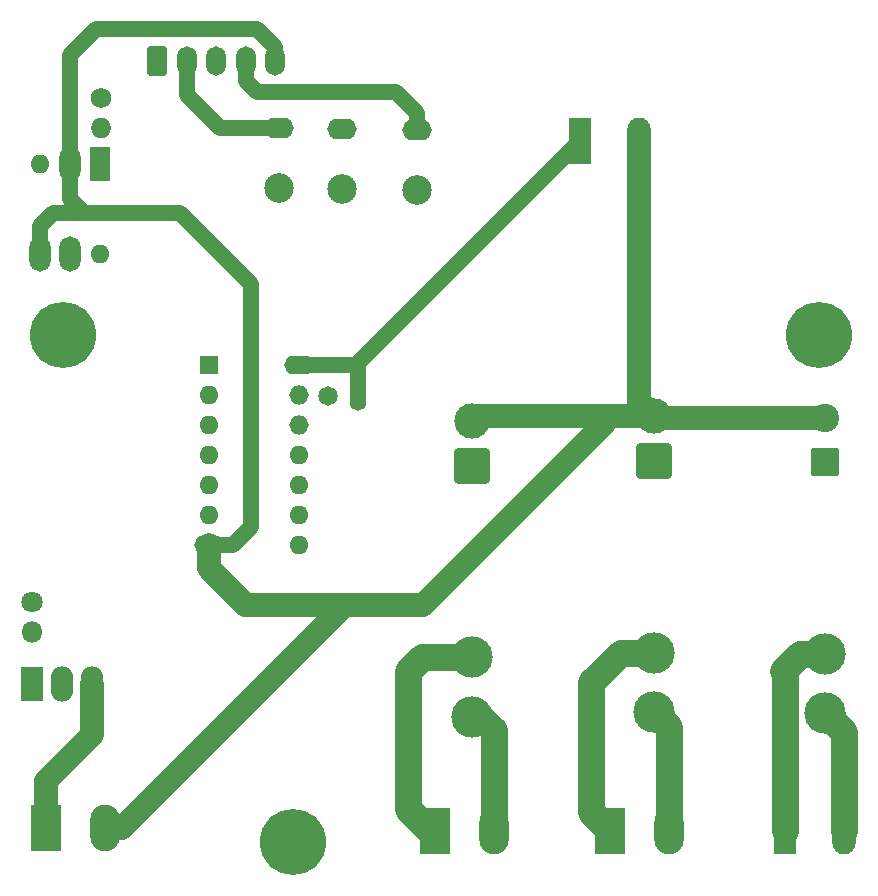
<source format=gbr>
%TF.GenerationSoftware,KiCad,Pcbnew,6.0.11+dfsg-1*%
%TF.CreationDate,2023-03-16T14:48:17-05:00*%
%TF.ProjectId,power_control,706f7765-725f-4636-9f6e-74726f6c2e6b,rev?*%
%TF.SameCoordinates,Original*%
%TF.FileFunction,Copper,L2,Bot*%
%TF.FilePolarity,Positive*%
%FSLAX46Y46*%
G04 Gerber Fmt 4.6, Leading zero omitted, Abs format (unit mm)*
G04 Created by KiCad (PCBNEW 6.0.11+dfsg-1) date 2023-03-16 14:48:17*
%MOMM*%
%LPD*%
G01*
G04 APERTURE LIST*
G04 Aperture macros list*
%AMRoundRect*
0 Rectangle with rounded corners*
0 $1 Rounding radius*
0 $2 $3 $4 $5 $6 $7 $8 $9 X,Y pos of 4 corners*
0 Add a 4 corners polygon primitive as box body*
4,1,4,$2,$3,$4,$5,$6,$7,$8,$9,$2,$3,0*
0 Add four circle primitives for the rounded corners*
1,1,$1+$1,$2,$3*
1,1,$1+$1,$4,$5*
1,1,$1+$1,$6,$7*
1,1,$1+$1,$8,$9*
0 Add four rect primitives between the rounded corners*
20,1,$1+$1,$2,$3,$4,$5,0*
20,1,$1+$1,$4,$5,$6,$7,0*
20,1,$1+$1,$6,$7,$8,$9,0*
20,1,$1+$1,$8,$9,$2,$3,0*%
G04 Aperture macros list end*
%TA.AperFunction,ComponentPad*%
%ADD10O,1.700000X2.500000*%
%TD*%
%TA.AperFunction,ComponentPad*%
%ADD11RoundRect,0.250000X-0.600000X-1.000000X0.600000X-1.000000X0.600000X1.000000X-0.600000X1.000000X0*%
%TD*%
%TA.AperFunction,ComponentPad*%
%ADD12R,2.500000X3.960000*%
%TD*%
%TA.AperFunction,ComponentPad*%
%ADD13O,2.500000X3.960000*%
%TD*%
%TA.AperFunction,ComponentPad*%
%ADD14R,1.980000X3.960000*%
%TD*%
%TA.AperFunction,ComponentPad*%
%ADD15O,1.980000X3.960000*%
%TD*%
%TA.AperFunction,ComponentPad*%
%ADD16C,2.500000*%
%TD*%
%TA.AperFunction,ComponentPad*%
%ADD17O,2.500000X1.750000*%
%TD*%
%TA.AperFunction,ComponentPad*%
%ADD18C,5.600000*%
%TD*%
%TA.AperFunction,ComponentPad*%
%ADD19R,1.800000X3.000000*%
%TD*%
%TA.AperFunction,ComponentPad*%
%ADD20O,1.800000X3.000000*%
%TD*%
%TA.AperFunction,ComponentPad*%
%ADD21O,1.600000X1.600000*%
%TD*%
%TA.AperFunction,ComponentPad*%
%ADD22C,3.500000*%
%TD*%
%TA.AperFunction,ComponentPad*%
%ADD23RoundRect,0.312000X-1.188000X1.188000X-1.188000X-1.188000X1.188000X-1.188000X1.188000X1.188000X0*%
%TD*%
%TA.AperFunction,ComponentPad*%
%ADD24C,3.000000*%
%TD*%
%TA.AperFunction,ComponentPad*%
%ADD25O,2.500000X1.600000*%
%TD*%
%TA.AperFunction,ComponentPad*%
%ADD26O,1.650000X1.650000*%
%TD*%
%TA.AperFunction,ComponentPad*%
%ADD27R,1.600000X1.600000*%
%TD*%
%TA.AperFunction,ComponentPad*%
%ADD28O,1.400000X2.500000*%
%TD*%
%TA.AperFunction,ComponentPad*%
%ADD29C,1.650000*%
%TD*%
%TA.AperFunction,ComponentPad*%
%ADD30R,1.905000X3.000000*%
%TD*%
%TA.AperFunction,ComponentPad*%
%ADD31O,1.905000X3.000000*%
%TD*%
%TA.AperFunction,ComponentPad*%
%ADD32RoundRect,0.249600X-0.950400X0.950400X-0.950400X-0.950400X0.950400X-0.950400X0.950400X0.950400X0*%
%TD*%
%TA.AperFunction,ComponentPad*%
%ADD33C,2.400000*%
%TD*%
%TA.AperFunction,ComponentPad*%
%ADD34C,1.800000*%
%TD*%
%TA.AperFunction,ComponentPad*%
%ADD35O,1.800000X1.800000*%
%TD*%
%TA.AperFunction,ComponentPad*%
%ADD36C,1.750000*%
%TD*%
%TA.AperFunction,ComponentPad*%
%ADD37O,1.750000X1.750000*%
%TD*%
%TA.AperFunction,Conductor*%
%ADD38C,1.330000*%
%TD*%
%TA.AperFunction,Conductor*%
%ADD39C,2.000000*%
%TD*%
%TA.AperFunction,Conductor*%
%ADD40C,1.850000*%
%TD*%
%TA.AperFunction,Conductor*%
%ADD41C,2.250000*%
%TD*%
G04 APERTURE END LIST*
D10*
%TO.P,J1,5,Pin_5*%
%TO.N,GND5V*%
X151050000Y-43261000D03*
%TO.P,J1,4,Pin_4*%
%TO.N,D34*%
X148550000Y-43261000D03*
%TO.P,J1,3,Pin_3*%
%TO.N,D33*%
X146050000Y-43261000D03*
%TO.P,J1,2,Pin_2*%
%TO.N,D32*%
X143550000Y-43261000D03*
D11*
%TO.P,J1,1,Pin_1*%
%TO.N,D25*%
X141050000Y-43261000D03*
%TD*%
D12*
%TO.P,J_wpump1,1,Pin_1*%
%TO.N,Net-(J_wpump1-Pad1)*%
X179411500Y-108439000D03*
D13*
%TO.P,J_wpump1,2,Pin_2*%
%TO.N,Net-(J_wpump1-Pad2)*%
X184411500Y-108439000D03*
%TD*%
D14*
%TO.P,J_fan1,1,Pin_1*%
%TO.N,Net-(J_fan1-Pad1)*%
X194183000Y-108458000D03*
D15*
%TO.P,J_fan1,2,Pin_2*%
%TO.N,Net-(J_fan1-Pad2)*%
X199183000Y-108458000D03*
%TD*%
D16*
%TO.P,R2,1*%
%TO.N,Net-(R2-Pad1)*%
X156718000Y-54102000D03*
D17*
%TO.P,R2,2*%
%TO.N,D33*%
X156718000Y-49022000D03*
%TD*%
D18*
%TO.P,H2,1*%
%TO.N,N/C*%
X197104000Y-66421000D03*
%TD*%
D19*
%TO.P,U3,1*%
%TO.N,Net-(R4-Pad2)*%
X136196000Y-51959000D03*
D20*
%TO.P,U3,2*%
%TO.N,GND5V*%
X133656000Y-51959000D03*
D21*
%TO.P,U3,3,NC*%
%TO.N,unconnected-(U3-Pad3)*%
X131116000Y-51959000D03*
D20*
%TO.P,U3,4*%
%TO.N,GND5V*%
X131116000Y-59579000D03*
%TO.P,U3,5*%
%TO.N,Net-(R6-Pad1)*%
X133656000Y-59579000D03*
D21*
%TO.P,U3,6*%
%TO.N,unconnected-(U3-Pad6)*%
X136196000Y-59579000D03*
%TD*%
D22*
%TO.P,U_wpump1,11*%
%TO.N,Net-(J_wpump1-Pad1)*%
X183134000Y-93339000D03*
%TO.P,U_wpump1,14*%
%TO.N,Net-(J_wpump1-Pad2)*%
X183134000Y-98339000D03*
D23*
%TO.P,U_wpump1,A1*%
%TO.N,Net-(R2-Pad1)*%
X183134000Y-77089000D03*
D24*
%TO.P,U_wpump1,A2*%
%TO.N,GND5V*%
X183134000Y-73339000D03*
%TD*%
D25*
%TO.P,U1,14,VDD*%
%TO.N,5v*%
X153020000Y-68975000D03*
D26*
%TO.P,U1,13*%
%TO.N,Net-(R6-Pad1)*%
X153020000Y-71515000D03*
%TO.P,U1,12*%
%TO.N,Net-(R8-Pad1)*%
X153020000Y-74055000D03*
D21*
%TO.P,U1,11*%
%TO.N,unconnected-(U1-Pad11)*%
X153020000Y-76595000D03*
%TO.P,U1,10*%
%TO.N,unconnected-(U1-Pad10)*%
X153020000Y-79135000D03*
%TO.P,U1,9*%
%TO.N,unconnected-(U1-Pad9)*%
X153020000Y-81675000D03*
%TO.P,U1,8*%
%TO.N,unconnected-(U1-Pad8)*%
X153020000Y-84215000D03*
D25*
%TO.P,U1,7,VSS*%
%TO.N,GND5V*%
X145400000Y-84215000D03*
D21*
%TO.P,U1,6*%
%TO.N,unconnected-(U1-Pad6)*%
X145400000Y-81675000D03*
%TO.P,U1,5*%
%TO.N,unconnected-(U1-Pad5)*%
X145400000Y-79135000D03*
%TO.P,U1,4*%
%TO.N,unconnected-(U1-Pad4)*%
X145400000Y-76595000D03*
%TO.P,U1,3*%
%TO.N,unconnected-(U1-Pad3)*%
X145400000Y-74055000D03*
%TO.P,U1,2*%
%TO.N,N/C*%
X145400000Y-71515000D03*
D27*
%TO.P,U1,1*%
X145400000Y-68975000D03*
%TD*%
D12*
%TO.P,OUT2,1,Pin_1*%
%TO.N,Net-(OUT2-Pad1)*%
X131635000Y-108200000D03*
D13*
%TO.P,OUT2,2,Pin_2*%
%TO.N,GND5V*%
X136635000Y-108200000D03*
%TD*%
D28*
%TO.P,R6,2*%
%TO.N,5v*%
X158030000Y-71600000D03*
D29*
%TO.P,R6,1*%
%TO.N,Net-(R6-Pad1)*%
X155490000Y-71600000D03*
%TD*%
D30*
%TO.P,Q2,1,B*%
%TO.N,Net-(Q2-Pad1)*%
X130460000Y-96000000D03*
D31*
%TO.P,Q2,2,C*%
%TO.N,5v*%
X133000000Y-96000000D03*
%TO.P,Q2,3,E*%
%TO.N,Net-(OUT2-Pad1)*%
X135540000Y-96000000D03*
%TD*%
D17*
%TO.P,R1,2*%
%TO.N,D32*%
X151384000Y-48972000D03*
D16*
%TO.P,R1,1*%
%TO.N,Net-(R1-Pad1)*%
X151384000Y-54052000D03*
%TD*%
D18*
%TO.P,H1,1*%
%TO.N,N/C*%
X152527000Y-109347000D03*
%TD*%
D22*
%TO.P,U_fan1,11*%
%TO.N,Net-(J_fan1-Pad1)*%
X197583000Y-93466000D03*
%TO.P,U_fan1,14*%
%TO.N,Net-(J_fan1-Pad2)*%
X197583000Y-98466000D03*
D32*
%TO.P,U_fan1,A1*%
%TO.N,Net-(R9-Pad1)*%
X197583000Y-77216000D03*
D33*
%TO.P,U_fan1,A2*%
%TO.N,GND5V*%
X197583000Y-73466000D03*
%TD*%
D18*
%TO.P,H3,1*%
%TO.N,N/C*%
X133096000Y-66421000D03*
%TD*%
D16*
%TO.P,R9,1*%
%TO.N,Net-(R9-Pad1)*%
X163068000Y-54179000D03*
D17*
%TO.P,R9,2*%
%TO.N,D34*%
X163068000Y-49099000D03*
%TD*%
D14*
%TO.P,5V1,1,Pin_1*%
%TO.N,5v*%
X176835000Y-50000000D03*
D15*
%TO.P,5V1,2,Pin_2*%
%TO.N,GND5V*%
X181835000Y-50000000D03*
%TD*%
D12*
%TO.P,J_oxygen1,1,Pin_1*%
%TO.N,Net-(J_oxygen1-Pad1)*%
X164545000Y-108458000D03*
D13*
%TO.P,J_oxygen1,2,Pin_2*%
%TO.N,Net-(J_oxygen1-Pad2)*%
X169545000Y-108458000D03*
%TD*%
D34*
%TO.P,R8,1*%
%TO.N,Net-(R8-Pad1)*%
X130400000Y-89035000D03*
D35*
%TO.P,R8,2*%
%TO.N,Net-(Q2-Pad1)*%
X130400000Y-91575000D03*
%TD*%
D22*
%TO.P,U_oxygen1,11*%
%TO.N,Net-(J_oxygen1-Pad1)*%
X167667500Y-93758000D03*
%TO.P,U_oxygen1,14*%
%TO.N,Net-(J_oxygen1-Pad2)*%
X167667500Y-98758000D03*
D23*
%TO.P,U_oxygen1,A1*%
%TO.N,Net-(R1-Pad1)*%
X167667500Y-77508000D03*
D24*
%TO.P,U_oxygen1,A2*%
%TO.N,GND5V*%
X167667500Y-73758000D03*
%TD*%
D36*
%TO.P,R4,1*%
%TO.N,D25*%
X136271000Y-46359000D03*
D37*
%TO.P,R4,2*%
%TO.N,Net-(R4-Pad2)*%
X136271000Y-48899000D03*
%TD*%
D38*
%TO.N,GND5V*%
X134874000Y-56134000D02*
X143002000Y-56134000D01*
X132207000Y-56134000D02*
X134874000Y-56134000D01*
X134874000Y-56134000D02*
X133656000Y-54916000D01*
X133656000Y-54916000D02*
X133656000Y-51959000D01*
X151050000Y-43261000D02*
X151050000Y-42084000D01*
X151050000Y-42084000D02*
X149479000Y-40513000D01*
X149479000Y-40513000D02*
X135890000Y-40513000D01*
X135890000Y-40513000D02*
X133656000Y-42747000D01*
X133656000Y-42747000D02*
X133656000Y-51959000D01*
X131116000Y-59579000D02*
X131116000Y-57225000D01*
X148971000Y-82677000D02*
X147433000Y-84215000D01*
X147433000Y-84215000D02*
X145400000Y-84215000D01*
X131116000Y-57225000D02*
X132207000Y-56134000D01*
X143002000Y-56134000D02*
X148971000Y-62103000D01*
X148971000Y-62103000D02*
X148971000Y-82677000D01*
%TO.N,D32*%
X151384000Y-48972000D02*
X146381000Y-48972000D01*
X146381000Y-48972000D02*
X143550000Y-46141000D01*
X143550000Y-46141000D02*
X143550000Y-43261000D01*
%TO.N,D34*%
X163068000Y-49099000D02*
X163068000Y-47625000D01*
X163068000Y-47625000D02*
X161290000Y-45847000D01*
X161290000Y-45847000D02*
X149479000Y-45847000D01*
X149479000Y-45847000D02*
X148550000Y-44918000D01*
X148550000Y-44918000D02*
X148550000Y-43261000D01*
D39*
%TO.N,GND5V*%
X178876000Y-73339000D02*
X178876000Y-73981000D01*
X183261000Y-73466000D02*
X183134000Y-73339000D01*
X178876000Y-73339000D02*
X168086500Y-73339000D01*
X168086500Y-73339000D02*
X167667500Y-73758000D01*
X145400000Y-86218000D02*
X148463000Y-89281000D01*
X197583000Y-73466000D02*
X183261000Y-73466000D01*
X183134000Y-73339000D02*
X178876000Y-73339000D01*
X163576000Y-89281000D02*
X156972000Y-89281000D01*
X181835000Y-72040000D02*
X183134000Y-73339000D01*
X145400000Y-84215000D02*
X145400000Y-86218000D01*
X136635000Y-108200000D02*
X138053000Y-108200000D01*
D40*
X167467500Y-73558000D02*
X167667500Y-73758000D01*
D39*
X178876000Y-73981000D02*
X163576000Y-89281000D01*
X181835000Y-50000000D02*
X181835000Y-72040000D01*
X138053000Y-108200000D02*
X156972000Y-89281000D01*
X156972000Y-89281000D02*
X148463000Y-89281000D01*
D41*
%TO.N,Net-(J_oxygen1-Pad1)*%
X167667500Y-93758000D02*
X163425000Y-93758000D01*
X164103000Y-108458000D02*
X164545000Y-108458000D01*
X162256000Y-94927000D02*
X162256000Y-106611000D01*
X163425000Y-93758000D02*
X162256000Y-94927000D01*
X162256000Y-106611000D02*
X164103000Y-108458000D01*
%TO.N,Net-(J_oxygen1-Pad2)*%
X167667500Y-98758000D02*
X168373000Y-98758000D01*
X169545000Y-99930000D02*
X169545000Y-108458000D01*
X168373000Y-98758000D02*
X169545000Y-99930000D01*
%TO.N,Net-(J_wpump1-Pad1)*%
X177790500Y-106818000D02*
X179411500Y-108439000D01*
X180302500Y-93339000D02*
X177790500Y-95851000D01*
X183134000Y-93339000D02*
X180302500Y-93339000D01*
X177790500Y-95851000D02*
X177790500Y-106818000D01*
%TO.N,Net-(J_wpump1-Pad2)*%
X184411500Y-108439000D02*
X184411500Y-99616500D01*
X184411500Y-99616500D02*
X183134000Y-98339000D01*
D39*
%TO.N,Net-(OUT2-Pad1)*%
X131635000Y-108200000D02*
X131635000Y-104204000D01*
X131635000Y-104204000D02*
X135540000Y-100299000D01*
X135540000Y-100299000D02*
X135540000Y-96000000D01*
D38*
%TO.N,5v*%
X158030000Y-68805000D02*
X157860000Y-68975000D01*
X176835000Y-50000000D02*
X158030000Y-68805000D01*
X158030000Y-68805000D02*
X158030000Y-71600000D01*
X157860000Y-68975000D02*
X153020000Y-68975000D01*
D41*
%TO.N,Net-(J_fan1-Pad1)*%
X194183000Y-95025000D02*
X194183000Y-108458000D01*
X195430000Y-93466000D02*
X194027000Y-94869000D01*
D39*
X194027000Y-94869000D02*
X194183000Y-95025000D01*
D41*
X197583000Y-93466000D02*
X195430000Y-93466000D01*
%TO.N,Net-(J_fan1-Pad2)*%
X199183000Y-100066000D02*
X197583000Y-98466000D01*
X199183000Y-108458000D02*
X199183000Y-100066000D01*
%TD*%
M02*

</source>
